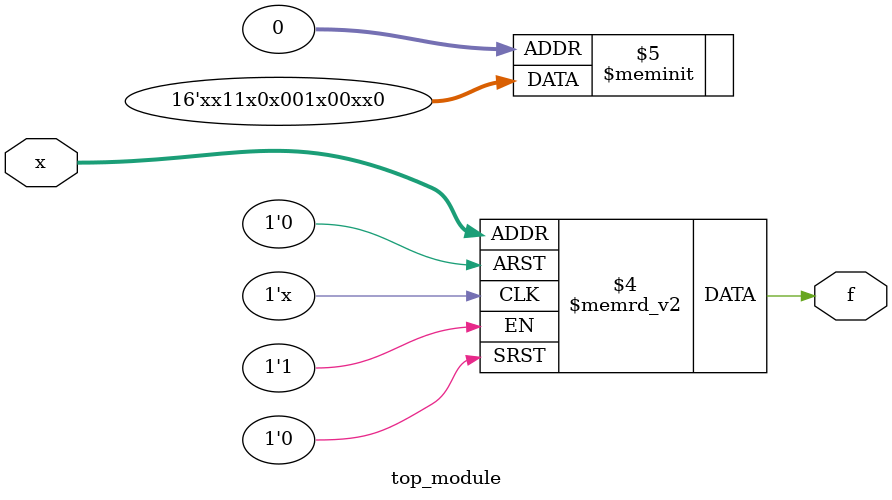
<source format=sv>
module top_module (
 input [4:1] x,
 output logic f
);
always_comb begin
case (x)
4'b0000: f = 1'b0;
4'b0001: f = 1'bx; // Don't care
4'b0010: f = 1'bx; // Don't care
4'b0011: f = 1'b0;
4'b0100: f = 1'b0;
4'b0101: f = 1'bx; // Don't care
4'b0110: f = 1'b1;
4'b0111: f = 1'b0;
4'b1000: f = 1'b0;
4'b1001: f = 1'bx; // Don't care
4'b1010: f = 1'b0;
4'b1011: f = 1'bx; // Don't care
4'b1100: f = 1'b1;
4'b1101: f = 1'b1;
4'b1110: f = 1'bx; // Don't care
4'b1111: f = 1'bx; // Don't care
endcase
end
endmodule

</source>
